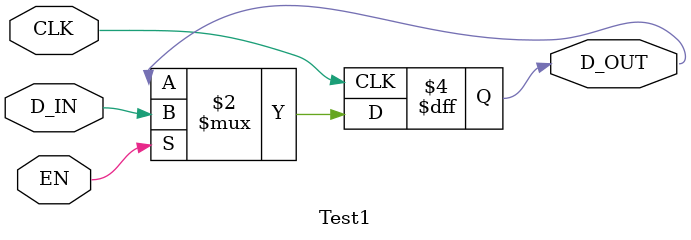
<source format=v>
`timescale 1ns / 1ps
module Test1(input CLK, input EN, input D_IN, output reg D_OUT);

    always@(posedge CLK) begin
        if(EN)
            D_OUT <= D_IN;
    end
endmodule
</source>
